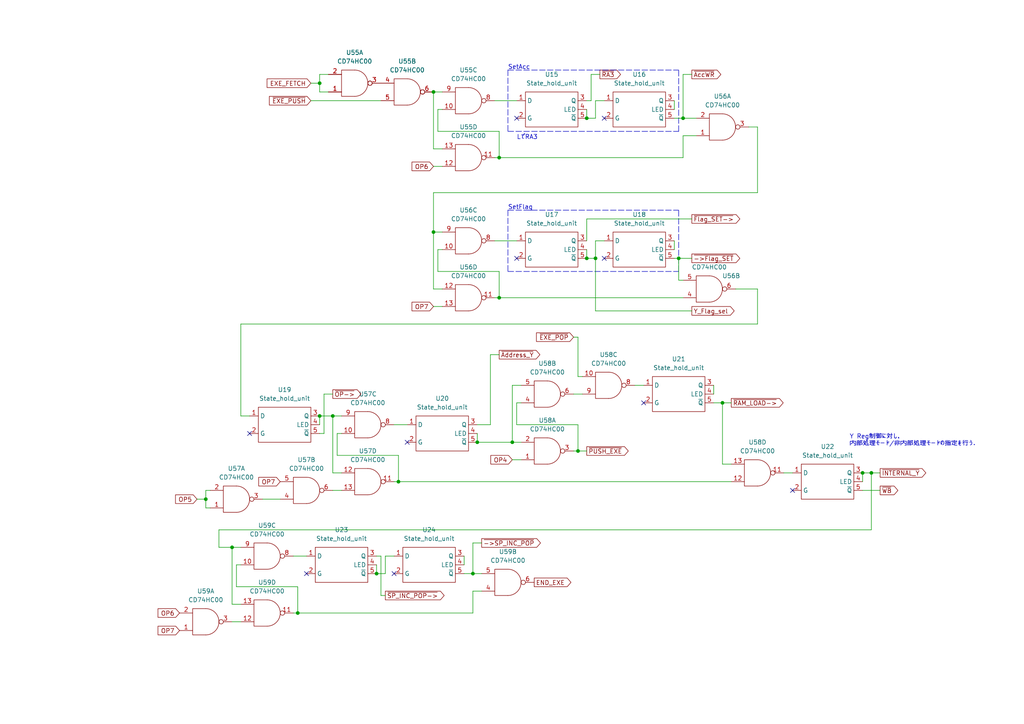
<source format=kicad_sch>
(kicad_sch (version 20211123) (generator eeschema)
  (paper "A4")
  (lib_symbols
    (symbol "CD74HCXX:CD74HC00" (pin_names (offset 0.762))
      (property "Reference" "U" (at -2.54 6.985 0))
      (property "Value" "CD74HC00" (at 1.27 5.08 0))
      (symbol "CD74HC00_0_0"
        (pin power_in line (at -2.54 2.54 0) (length 0) hide (name "VCC") (number "14"))
        (pin power_in line (at -2.54 -2.54 0) (length 0) hide (name "GND") (number "7"))
      )
      (symbol "CD74HC00_0_1"
        (arc (start 0 -3.81) (mid 3.81 0) (end 0 3.81))
        (polyline (pts (xy 0 3.81) (xy -3.81 3.81) (xy -3.81 -3.81) (xy 0 -3.81)))
      )
      (symbol "CD74HC00_0_2"
        (arc (start -4.445 -3.81) (mid -3.175 0) (end -4.445 3.81))
        (arc (start -3.175 -3.81) (mid 0.803 -2.7954) (end 3.81 0))
        (polyline (pts (xy -4.445 -3.81) (xy -3.175 -3.81)))
        (polyline (pts (xy -4.445 3.81) (xy -3.175 3.81)))
        (arc (start 3.81 0) (mid 0.8099 2.8117) (end -3.175 3.81))
      )
      (symbol "CD74HC00_1_1"
        (pin input line (at -7.62 2.54 0) (length 3.81) (name "~") (number "1"))
        (pin input line (at -7.62 -2.54 0) (length 3.81) (name "~") (number "2"))
        (pin output inverted (at 7.62 0 180) (length 3.81) (name "~") (number "3"))
      )
      (symbol "CD74HC00_1_2"
        (pin input inverted (at -7.62 2.54 0) (length 3.81) (name "~") (number "1"))
        (pin input inverted (at -7.62 -2.54 0) (length 3.81) (name "~") (number "2"))
        (pin output line (at 7.62 0 180) (length 3.81) (name "~") (number "3"))
      )
      (symbol "CD74HC00_2_1"
        (pin input line (at -7.62 2.54 0) (length 3.81) (name "~") (number "4"))
        (pin input line (at -7.62 -2.54 0) (length 3.81) (name "~") (number "5"))
        (pin output inverted (at 7.62 0 180) (length 3.81) (name "~") (number "6"))
      )
      (symbol "CD74HC00_2_2"
        (pin input inverted (at -7.62 2.54 0) (length 3.81) (name "~") (number "4"))
        (pin input inverted (at -7.62 -2.54 0) (length 3.81) (name "~") (number "5"))
        (pin output line (at 7.62 0 180) (length 3.81) (name "~") (number "6"))
      )
      (symbol "CD74HC00_3_1"
        (pin input line (at -7.62 -2.54 0) (length 3.81) (name "~") (number "10"))
        (pin output inverted (at 7.62 0 180) (length 3.81) (name "~") (number "8"))
        (pin input line (at -7.62 2.54 0) (length 3.81) (name "~") (number "9"))
      )
      (symbol "CD74HC00_3_2"
        (pin input inverted (at -7.62 -2.54 0) (length 3.81) (name "~") (number "10"))
        (pin output line (at 7.62 0 180) (length 3.81) (name "~") (number "8"))
        (pin input inverted (at -7.62 2.54 0) (length 3.81) (name "~") (number "9"))
      )
      (symbol "CD74HC00_4_1"
        (pin output inverted (at 7.62 0 180) (length 3.81) (name "~") (number "11"))
        (pin input line (at -7.62 2.54 0) (length 3.81) (name "~") (number "12"))
        (pin input line (at -7.62 -2.54 0) (length 3.81) (name "~") (number "13"))
      )
      (symbol "CD74HC00_4_2"
        (pin output line (at 7.62 0 180) (length 3.81) (name "~") (number "11"))
        (pin input inverted (at -7.62 2.54 0) (length 3.81) (name "~") (number "12"))
        (pin input inverted (at -7.62 -2.54 0) (length 3.81) (name "~") (number "13"))
      )
    )
    (symbol "State_hold_unit:State_hold_unit"
      (property "Reference" "U" (at 0 0 0))
      (property "Value" "State_hold_unit" (at 0 -12.7 0))
      (symbol "State_hold_unit_0_1"
        (rectangle (start -7.62 -1.27) (end 7.62 -11.43))
      )
      (symbol "State_hold_unit_1_1"
        (pin input line (at -10.16 -3.81 0) (length 2.54) (name "D") (number "1"))
        (pin input line (at -10.16 -8.89 0) (length 2.54) (name "G") (number "2"))
        (pin output line (at 10.16 -3.81 180) (length 2.54) (name "Q") (number "3"))
        (pin input line (at 10.16 -6.35 180) (length 2.54) (name "LED") (number "4"))
        (pin output line (at 10.16 -8.89 180) (length 2.54) (name "~{Q}") (number "5"))
      )
    )
  )
  (junction (at 170.18 34.29))
  (junction (at 172.72 74.93))
  (junction (at 59.69 144.78))
  (junction (at 198.12 34.29))
  (junction (at 109.22 166.37))
  (junction (at 86.36 177.8))
  (junction (at 148.59 128.27))
  (junction (at 144.78 45.72))
  (junction (at 167.64 130.81))
  (junction (at 67.31 158.75))
  (junction (at 96.52 120.65))
  (junction (at 115.57 139.7))
  (junction (at 92.71 120.65))
  (junction (at 137.16 166.37))
  (junction (at 92.71 24.13))
  (junction (at 125.73 26.67))
  (junction (at 125.73 67.31))
  (junction (at 250.19 137.16))
  (junction (at 196.85 74.93))
  (junction (at 209.55 116.84))
  (junction (at 170.18 74.93))
  (junction (at 252.73 137.16))
  (junction (at 144.78 86.36))
  (junction (at 138.43 128.27))
  (no_connect (at 186.69 116.84))
  (no_connect (at 118.11 128.27))
  (no_connect (at 88.9 166.37))
  (no_connect (at 114.3 166.37))
  (no_connect (at 175.26 34.29))
  (no_connect (at 149.86 34.29))
  (no_connect (at 175.26 74.93))
  (no_connect (at 229.87 142.24))
  (no_connect (at 72.39 125.73))
  (no_connect (at 149.86 74.93))
  (wire (pts (xy 127 38.1) (xy 144.78 38.1)))
  (wire (pts (xy 134.62 161.29) (xy 134.62 163.83)))
  (wire (pts (xy 144.78 86.36) (xy 198.12 86.36)))
  (wire (pts (xy 250.19 142.24) (xy 255.27 142.24)))
  (wire (pts (xy 198.12 45.72) (xy 198.12 39.37)))
  (wire (pts (xy 110.49 161.29) (xy 110.49 172.72)))
  (wire (pts (xy 149.86 116.84) (xy 149.86 123.19)))
  (wire (pts (xy 170.18 29.21) (xy 171.45 29.21)))
  (wire (pts (xy 127 72.39) (xy 127 78.74)))
  (wire (pts (xy 69.85 163.83) (xy 68.58 163.83)))
  (wire (pts (xy 172.72 74.93) (xy 170.18 74.93)))
  (wire (pts (xy 95.25 26.67) (xy 92.71 26.67)))
  (wire (pts (xy 167.64 123.19) (xy 167.64 130.81)))
  (wire (pts (xy 142.24 123.19) (xy 142.24 102.87)))
  (wire (pts (xy 125.73 48.26) (xy 128.27 48.26)))
  (wire (pts (xy 144.78 45.72) (xy 143.51 45.72)))
  (wire (pts (xy 128.27 26.67) (xy 125.73 26.67)))
  (wire (pts (xy 170.18 63.5) (xy 170.18 69.85)))
  (wire (pts (xy 148.59 128.27) (xy 151.13 128.27)))
  (wire (pts (xy 125.73 67.31) (xy 125.73 83.82)))
  (wire (pts (xy 252.73 137.16) (xy 255.27 137.16)))
  (wire (pts (xy 172.72 69.85) (xy 175.26 69.85)))
  (wire (pts (xy 167.64 109.22) (xy 168.91 109.22)))
  (wire (pts (xy 109.22 161.29) (xy 110.49 161.29)))
  (wire (pts (xy 125.73 83.82) (xy 128.27 83.82)))
  (wire (pts (xy 67.31 158.75) (xy 67.31 175.26)))
  (wire (pts (xy 170.18 31.75) (xy 170.18 34.29)))
  (wire (pts (xy 209.55 134.62) (xy 212.09 134.62)))
  (wire (pts (xy 138.43 128.27) (xy 148.59 128.27)))
  (wire (pts (xy 63.5 158.75) (xy 67.31 158.75)))
  (wire (pts (xy 92.71 125.73) (xy 93.98 125.73)))
  (wire (pts (xy 86.36 170.18) (xy 86.36 177.8)))
  (polyline (pts (xy 147.32 60.96) (xy 147.32 78.74)))
  (wire (pts (xy 196.85 74.93) (xy 200.66 74.93)))
  (wire (pts (xy 195.58 29.21) (xy 195.58 31.75)))
  (polyline (pts (xy 147.32 20.32) (xy 147.32 38.1)))
  (wire (pts (xy 148.59 133.35) (xy 151.13 133.35)))
  (wire (pts (xy 69.85 93.98) (xy 219.71 93.98)))
  (wire (pts (xy 114.3 123.19) (xy 118.11 123.19)))
  (wire (pts (xy 60.96 147.32) (xy 59.69 147.32)))
  (wire (pts (xy 57.15 144.78) (xy 59.69 144.78)))
  (wire (pts (xy 196.85 81.28) (xy 198.12 81.28)))
  (wire (pts (xy 144.78 38.1) (xy 144.78 45.72)))
  (polyline (pts (xy 196.85 38.1) (xy 196.85 20.32)))
  (wire (pts (xy 96.52 137.16) (xy 99.06 137.16)))
  (wire (pts (xy 195.58 34.29) (xy 198.12 34.29)))
  (wire (pts (xy 125.73 55.88) (xy 125.73 67.31)))
  (polyline (pts (xy 147.32 78.74) (xy 196.85 78.74)))
  (wire (pts (xy 97.79 125.73) (xy 97.79 132.08)))
  (wire (pts (xy 195.58 74.93) (xy 196.85 74.93)))
  (polyline (pts (xy 147.32 20.32) (xy 196.85 20.32)))
  (wire (pts (xy 213.36 83.82) (xy 219.71 83.82)))
  (wire (pts (xy 171.45 21.59) (xy 171.45 29.21)))
  (wire (pts (xy 170.18 63.5) (xy 200.66 63.5)))
  (wire (pts (xy 114.3 139.7) (xy 115.57 139.7)))
  (wire (pts (xy 200.66 21.59) (xy 198.12 21.59)))
  (wire (pts (xy 212.09 116.84) (xy 209.55 116.84)))
  (wire (pts (xy 217.17 36.83) (xy 219.71 36.83)))
  (wire (pts (xy 250.19 137.16) (xy 250.19 139.7)))
  (wire (pts (xy 137.16 166.37) (xy 139.7 166.37)))
  (wire (pts (xy 198.12 39.37) (xy 201.93 39.37)))
  (wire (pts (xy 196.85 74.93) (xy 196.85 81.28)))
  (wire (pts (xy 219.71 93.98) (xy 219.71 83.82)))
  (wire (pts (xy 137.16 157.48) (xy 137.16 166.37)))
  (wire (pts (xy 170.18 34.29) (xy 172.72 34.29)))
  (wire (pts (xy 127 78.74) (xy 144.78 78.74)))
  (wire (pts (xy 172.72 69.85) (xy 172.72 74.93)))
  (wire (pts (xy 86.36 177.8) (xy 85.09 177.8)))
  (wire (pts (xy 97.79 132.08) (xy 115.57 132.08)))
  (wire (pts (xy 138.43 125.73) (xy 138.43 128.27)))
  (wire (pts (xy 172.72 29.21) (xy 175.26 29.21)))
  (wire (pts (xy 167.64 130.81) (xy 166.37 130.81)))
  (wire (pts (xy 137.16 171.45) (xy 137.16 177.8)))
  (wire (pts (xy 151.13 111.76) (xy 148.59 111.76)))
  (wire (pts (xy 200.66 90.17) (xy 172.72 90.17)))
  (wire (pts (xy 92.71 120.65) (xy 92.71 123.19)))
  (wire (pts (xy 92.71 24.13) (xy 90.17 24.13)))
  (wire (pts (xy 128.27 67.31) (xy 125.73 67.31)))
  (wire (pts (xy 166.37 97.79) (xy 167.64 97.79)))
  (wire (pts (xy 90.17 29.21) (xy 110.49 29.21)))
  (wire (pts (xy 139.7 171.45) (xy 137.16 171.45)))
  (wire (pts (xy 207.01 111.76) (xy 207.01 114.3)))
  (wire (pts (xy 144.78 78.74) (xy 144.78 86.36)))
  (wire (pts (xy 128.27 31.75) (xy 127 31.75)))
  (wire (pts (xy 92.71 26.67) (xy 92.71 24.13)))
  (wire (pts (xy 128.27 72.39) (xy 127 72.39)))
  (wire (pts (xy 139.7 157.48) (xy 137.16 157.48)))
  (wire (pts (xy 111.76 161.29) (xy 111.76 166.37)))
  (wire (pts (xy 125.73 88.9) (xy 128.27 88.9)))
  (wire (pts (xy 72.39 120.65) (xy 69.85 120.65)))
  (wire (pts (xy 109.22 163.83) (xy 109.22 166.37)))
  (wire (pts (xy 67.31 180.34) (xy 69.85 180.34)))
  (wire (pts (xy 167.64 130.81) (xy 170.18 130.81)))
  (wire (pts (xy 168.91 114.3) (xy 166.37 114.3)))
  (wire (pts (xy 93.98 114.3) (xy 96.52 114.3)))
  (wire (pts (xy 69.85 120.65) (xy 69.85 93.98)))
  (wire (pts (xy 59.69 142.24) (xy 59.69 144.78)))
  (wire (pts (xy 148.59 111.76) (xy 148.59 128.27)))
  (wire (pts (xy 67.31 175.26) (xy 69.85 175.26)))
  (wire (pts (xy 149.86 123.19) (xy 167.64 123.19)))
  (polyline (pts (xy 196.85 78.74) (xy 196.85 60.96)))
  (wire (pts (xy 198.12 21.59) (xy 198.12 34.29)))
  (wire (pts (xy 92.71 21.59) (xy 92.71 24.13)))
  (wire (pts (xy 115.57 139.7) (xy 212.09 139.7)))
  (wire (pts (xy 96.52 120.65) (xy 96.52 137.16)))
  (wire (pts (xy 60.96 142.24) (xy 59.69 142.24)))
  (wire (pts (xy 99.06 120.65) (xy 96.52 120.65)))
  (polyline (pts (xy 147.32 38.1) (xy 196.85 38.1)))
  (wire (pts (xy 95.25 21.59) (xy 92.71 21.59)))
  (wire (pts (xy 195.58 69.85) (xy 195.58 72.39)))
  (wire (pts (xy 68.58 170.18) (xy 86.36 170.18)))
  (wire (pts (xy 229.87 137.16) (xy 227.33 137.16)))
  (wire (pts (xy 110.49 172.72) (xy 111.76 172.72)))
  (wire (pts (xy 68.58 163.83) (xy 68.58 170.18)))
  (wire (pts (xy 209.55 116.84) (xy 207.01 116.84)))
  (wire (pts (xy 143.51 69.85) (xy 149.86 69.85)))
  (wire (pts (xy 127 31.75) (xy 127 38.1)))
  (wire (pts (xy 86.36 177.8) (xy 137.16 177.8)))
  (wire (pts (xy 125.73 26.67) (xy 125.73 43.18)))
  (wire (pts (xy 59.69 147.32) (xy 59.69 144.78)))
  (wire (pts (xy 144.78 102.87) (xy 142.24 102.87)))
  (wire (pts (xy 143.51 29.21) (xy 149.86 29.21)))
  (wire (pts (xy 167.64 97.79) (xy 167.64 109.22)))
  (wire (pts (xy 76.2 144.78) (xy 81.28 144.78)))
  (wire (pts (xy 63.5 158.75) (xy 63.5 153.67)))
  (wire (pts (xy 115.57 132.08) (xy 115.57 139.7)))
  (wire (pts (xy 134.62 166.37) (xy 137.16 166.37)))
  (wire (pts (xy 96.52 142.24) (xy 99.06 142.24)))
  (wire (pts (xy 111.76 166.37) (xy 109.22 166.37)))
  (wire (pts (xy 111.76 161.29) (xy 114.3 161.29)))
  (wire (pts (xy 85.09 161.29) (xy 88.9 161.29)))
  (wire (pts (xy 173.99 21.59) (xy 171.45 21.59)))
  (wire (pts (xy 69.85 158.75) (xy 67.31 158.75)))
  (wire (pts (xy 144.78 45.72) (xy 198.12 45.72)))
  (wire (pts (xy 252.73 137.16) (xy 250.19 137.16)))
  (wire (pts (xy 138.43 123.19) (xy 142.24 123.19)))
  (wire (pts (xy 170.18 72.39) (xy 170.18 74.93)))
  (wire (pts (xy 144.78 86.36) (xy 143.51 86.36)))
  (wire (pts (xy 93.98 125.73) (xy 93.98 114.3)))
  (wire (pts (xy 198.12 34.29) (xy 201.93 34.29)))
  (wire (pts (xy 172.72 29.21) (xy 172.72 34.29)))
  (wire (pts (xy 125.73 43.18) (xy 128.27 43.18)))
  (wire (pts (xy 99.06 125.73) (xy 97.79 125.73)))
  (wire (pts (xy 92.71 120.65) (xy 96.52 120.65)))
  (wire (pts (xy 184.15 111.76) (xy 186.69 111.76)))
  (wire (pts (xy 172.72 90.17) (xy 172.72 74.93)))
  (polyline (pts (xy 147.32 60.96) (xy 196.85 60.96)))
  (wire (pts (xy 252.73 153.67) (xy 252.73 137.16)))
  (wire (pts (xy 219.71 36.83) (xy 219.71 55.88)))
  (wire (pts (xy 151.13 116.84) (xy 149.86 116.84)))
  (wire (pts (xy 219.71 55.88) (xy 125.73 55.88)))
  (wire (pts (xy 63.5 153.67) (xy 252.73 153.67)))
  (wire (pts (xy 209.55 116.84) (xy 209.55 134.62)))
  (text "SetFlag" (at 147.32 60.96 0) (effects (font (size 1.27 1.27)) (justify left bottom)))
  (text "SetAcc" (at 147.32 20.32 0) (effects (font (size 1.27 1.27)) (justify left bottom)))
  (text "LでRA3" (at 149.86 40.64 0) (effects (font (size 1.27 1.27)) (justify left bottom)))
  (text "Y Reg制御に対し，\n内部処理モード/非内部処理モードの指定を行う．" (at 246.38 129.54 0) (effects (font (size 1.27 1.27)) (justify left bottom)))
  (global_label "END_EXE" (shape output) (at 154.94 168.91 0) (property "Intersheet References" "${INTERSHEET_REFS}" (effects hide)))
  (global_label "OP6" (shape input) (at 125.73 48.26 180) (property "Intersheet References" "${INTERSHEET_REFS}" (effects hide)))
  (global_label "OP5" (shape input) (at 57.15 144.78 180) (property "Intersheet References" "${INTERSHEET_REFS}" (effects hide)))
  (global_label "OP7" (shape input) (at 81.28 139.7 180) (property "Intersheet References" "${INTERSHEET_REFS}" (effects hide)))
  (global_label "~{RA3}" (shape output) (at 173.99 21.59 0) (property "Intersheet References" "${INTERSHEET_REFS}" (effects hide)))
  (global_label "EXE_FETCH" (shape input) (at 90.17 24.13 180) (property "Intersheet References" "${INTERSHEET_REFS}" (effects hide)))
  (global_label "~{WB}" (shape output) (at 255.27 142.24 0) (property "Intersheet References" "${INTERSHEET_REFS}" (effects hide)))
  (global_label "OP7" (shape input) (at 52.07 182.88 180) (property "Intersheet References" "${INTERSHEET_REFS}" (effects hide)))
  (global_label "~{AccWR}" (shape output) (at 200.66 21.59 0) (property "Intersheet References" "${INTERSHEET_REFS}" (effects hide)))
  (global_label "~{->Flag_SET}" (shape output) (at 200.66 74.93 0) (property "Intersheet References" "${INTERSHEET_REFS}" (effects hide)))
  (global_label "~{INTERNAL_Y}" (shape output) (at 255.27 137.16 0) (property "Intersheet References" "${INTERSHEET_REFS}" (effects hide)))
  (global_label "~{EXE_PUSH}" (shape input) (at 90.17 29.21 180) (property "Intersheet References" "${INTERSHEET_REFS}" (effects hide)))
  (global_label "OP4" (shape input) (at 148.59 133.35 180) (property "Intersheet References" "${INTERSHEET_REFS}" (effects hide)))
  (global_label "Y_Flag_sel" (shape output) (at 200.66 90.17 0) (property "Intersheet References" "${INTERSHEET_REFS}" (effects hide)))
  (global_label "~{EXE_POP}" (shape input) (at 166.37 97.79 180) (property "Intersheet References" "${INTERSHEET_REFS}" (effects hide)))
  (global_label "~{Address_Y}" (shape output) (at 144.78 102.87 0) (property "Intersheet References" "${INTERSHEET_REFS}" (effects hide)))
  (global_label "OP7" (shape input) (at 125.73 88.9 180) (property "Intersheet References" "${INTERSHEET_REFS}" (effects hide)))
  (global_label "~{OP->}" (shape output) (at 96.52 114.3 0) (property "Intersheet References" "${INTERSHEET_REFS}" (effects hide)))
  (global_label "OP6" (shape input) (at 52.07 177.8 180) (property "Intersheet References" "${INTERSHEET_REFS}" (effects hide)))
  (global_label "~{PUSH_EXE}" (shape output) (at 170.18 130.81 0) (property "Intersheet References" "${INTERSHEET_REFS}" (effects hide)))
  (global_label "~{Flag_SET->}" (shape output) (at 200.66 63.5 0) (property "Intersheet References" "${INTERSHEET_REFS}" (effects hide)))
  (global_label "~{SP_INC_POP->}" (shape output) (at 111.76 172.72 0) (property "Intersheet References" "${INTERSHEET_REFS}" (effects hide)))
  (global_label "~{->SP_INC_POP}" (shape output) (at 139.7 157.48 0) (property "Intersheet References" "${INTERSHEET_REFS}" (effects hide)))
  (global_label "~{RAM_LOAD->}" (shape output) (at 212.09 116.84 0) (property "Intersheet References" "${INTERSHEET_REFS}" (effects hide)))
  (symbol (lib_id "CD74HCXX:CD74HC00") (at 77.47 161.29 0) (unit 3)
    (property "Reference" "U59" (at 77.47 152.4 0))
    (property "Value" "CD74HC00" (at 77.47 154.94 0))
    (property "Footprint" "Package_DIP:DIP-14_W7.62mm" (effects hide))
  )
  (symbol (lib_id "CD74HCXX:CD74HC00") (at 135.89 29.21 0) (unit 3)
    (property "Reference" "U55" (at 135.89 20.32 0))
    (property "Value" "CD74HC00" (at 135.89 22.86 0))
    (property "Footprint" "Package_DIP:DIP-14_W7.62mm" (effects hide))
  )
  (symbol (lib_id "State_hold_unit:State_hold_unit") (at 185.42 66.04 0) (unit 1)
    (property "Reference" "U18" (at 185.42 62.23 0))
    (property "Value" "State_hold_unit" (at 185.42 64.77 0))
    (property "Footprint" "Connector_PinSocket_2.54mm:PinSocket_1x05_P2.54mm_Vertical" (effects hide))
  )
  (symbol (lib_id "CD74HCXX:CD74HC00") (at 106.68 139.7 0) (unit 4)
    (property "Reference" "U57" (at 106.68 130.81 0))
    (property "Value" "CD74HC00" (at 106.68 133.35 0))
    (property "Footprint" "Package_DIP:DIP-14_W7.62mm" (effects hide))
  )
  (symbol (lib_id "State_hold_unit:State_hold_unit") (at 160.02 25.4 0) (unit 1)
    (property "Reference" "U15" (at 160.02 21.59 0))
    (property "Value" "State_hold_unit" (at 160.02 24.13 0))
    (property "Footprint" "Connector_PinSocket_2.54mm:PinSocket_1x05_P2.54mm_Vertical" (effects hide))
  )
  (symbol (lib_id "CD74HCXX:CD74HC00") (at 59.69 180.34 0) (mirror x) (unit 1)
    (property "Reference" "U59" (at 59.69 171.45 0))
    (property "Value" "CD74HC00" (at 59.69 173.99 0))
    (property "Footprint" "Package_DIP:DIP-14_W7.62mm" (effects hide))
  )
  (symbol (lib_id "State_hold_unit:State_hold_unit") (at 160.02 66.04 0) (unit 1)
    (property "Reference" "U17" (at 160.02 62.23 0))
    (property "Value" "State_hold_unit" (at 160.02 64.77 0))
    (property "Footprint" "Connector_PinSocket_2.54mm:PinSocket_1x05_P2.54mm_Vertical" (effects hide))
  )
  (symbol (lib_id "CD74HCXX:CD74HC00") (at 102.87 24.13 0) (mirror x) (unit 1)
    (property "Reference" "U55" (at 102.87 15.24 0))
    (property "Value" "CD74HC00" (at 102.87 17.78 0))
    (property "Footprint" "Package_DIP:DIP-14_W7.62mm" (effects hide))
  )
  (symbol (lib_id "CD74HCXX:CD74HC00") (at 135.89 69.85 0) (unit 3)
    (property "Reference" "U56" (at 135.89 60.96 0))
    (property "Value" "CD74HC00" (at 135.89 63.5 0))
    (property "Footprint" "Package_DIP:DIP-14_W7.62mm" (effects hide))
  )
  (symbol (lib_id "State_hold_unit:State_hold_unit") (at 82.55 116.84 0) (unit 1)
    (property "Reference" "U19" (at 82.55 113.03 0))
    (property "Value" "State_hold_unit" (at 82.55 115.57 0))
    (property "Footprint" "Connector_PinSocket_2.54mm:PinSocket_1x05_P2.54mm_Vertical" (effects hide))
  )
  (symbol (lib_id "State_hold_unit:State_hold_unit") (at 99.06 157.48 0) (unit 1)
    (property "Reference" "U23" (at 99.06 153.67 0))
    (property "Value" "State_hold_unit" (at 99.06 156.21 0))
    (property "Footprint" "Connector_PinSocket_2.54mm:PinSocket_1x05_P2.54mm_Vertical" (effects hide))
  )
  (symbol (lib_id "CD74HCXX:CD74HC00") (at 135.89 86.36 0) (unit 4)
    (property "Reference" "U56" (at 135.89 77.47 0))
    (property "Value" "CD74HC00" (at 135.89 80.01 0))
    (property "Footprint" "Package_DIP:DIP-14_W7.62mm" (effects hide))
  )
  (symbol (lib_id "State_hold_unit:State_hold_unit") (at 185.42 25.4 0) (unit 1)
    (property "Reference" "U16" (at 185.42 21.59 0))
    (property "Value" "State_hold_unit" (at 185.42 24.13 0))
    (property "Footprint" "Connector_PinSocket_2.54mm:PinSocket_1x05_P2.54mm_Vertical" (effects hide))
  )
  (symbol (lib_id "CD74HCXX:CD74HC00") (at 135.89 45.72 0) (mirror x) (unit 4)
    (property "Reference" "U55" (at 135.89 36.83 0))
    (property "Value" "CD74HC00" (at 135.89 39.37 0))
    (property "Footprint" "Package_DIP:DIP-14_W7.62mm" (effects hide))
  )
  (symbol (lib_id "CD74HCXX:CD74HC00") (at 205.74 83.82 0) (mirror x) (unit 2)
    (property "Reference" "U56" (at 212.09 80.01 0))
    (property "Value" "CD74HC00" (at 205.74 77.47 0))
    (property "Footprint" "Package_DIP:DIP-14_W7.62mm" (effects hide))
  )
  (symbol (lib_id "CD74HCXX:CD74HC00") (at 68.58 144.78 0) (mirror x) (unit 1)
    (property "Reference" "U57" (at 68.58 135.89 0))
    (property "Value" "CD74HC00" (at 68.58 138.43 0))
    (property "Footprint" "Package_DIP:DIP-14_W7.62mm" (effects hide))
  )
  (symbol (lib_id "CD74HCXX:CD74HC00") (at 176.53 111.76 0) (mirror x) (unit 3)
    (property "Reference" "U58" (at 176.53 102.87 0))
    (property "Value" "CD74HC00" (at 176.53 105.41 0))
    (property "Footprint" "Package_DIP:DIP-14_W7.62mm" (effects hide))
  )
  (symbol (lib_id "CD74HCXX:CD74HC00") (at 88.9 142.24 0) (mirror x) (unit 2)
    (property "Reference" "U57" (at 88.9 133.35 0))
    (property "Value" "CD74HC00" (at 88.9 135.89 0))
    (property "Footprint" "Package_DIP:DIP-14_W7.62mm" (effects hide))
  )
  (symbol (lib_id "State_hold_unit:State_hold_unit") (at 196.85 107.95 0) (unit 1)
    (property "Reference" "U21" (at 196.85 104.14 0))
    (property "Value" "State_hold_unit" (at 196.85 106.68 0))
    (property "Footprint" "Connector_PinSocket_2.54mm:PinSocket_1x05_P2.54mm_Vertical" (effects hide))
  )
  (symbol (lib_id "CD74HCXX:CD74HC00") (at 158.75 114.3 0) (mirror x) (unit 2)
    (property "Reference" "U58" (at 158.75 105.41 0))
    (property "Value" "CD74HC00" (at 158.75 107.95 0))
    (property "Footprint" "Package_DIP:DIP-14_W7.62mm" (effects hide))
  )
  (symbol (lib_id "CD74HCXX:CD74HC00") (at 158.75 130.81 0) (mirror x) (unit 1)
    (property "Reference" "U58" (at 158.75 121.92 0))
    (property "Value" "CD74HC00" (at 158.75 124.46 0))
    (property "Footprint" "Package_DIP:DIP-14_W7.62mm" (effects hide))
  )
  (symbol (lib_id "State_hold_unit:State_hold_unit") (at 240.03 133.35 0) (unit 1)
    (property "Reference" "U22" (at 240.03 129.54 0))
    (property "Value" "State_hold_unit" (at 240.03 132.08 0))
    (property "Footprint" "Connector_PinSocket_2.54mm:PinSocket_1x05_P2.54mm_Vertical" (effects hide))
  )
  (symbol (lib_id "CD74HCXX:CD74HC00") (at 219.71 137.16 0) (mirror x) (unit 4)
    (property "Reference" "U58" (at 219.71 128.27 0))
    (property "Value" "CD74HC00" (at 219.71 130.81 0))
    (property "Footprint" "Package_DIP:DIP-14_W7.62mm" (effects hide))
  )
  (symbol (lib_id "CD74HCXX:CD74HC00") (at 77.47 177.8 0) (mirror x) (unit 4)
    (property "Reference" "U59" (at 77.47 168.91 0))
    (property "Value" "CD74HC00" (at 77.47 171.45 0))
    (property "Footprint" "Package_DIP:DIP-14_W7.62mm" (effects hide))
  )
  (symbol (lib_id "State_hold_unit:State_hold_unit") (at 128.27 119.38 0) (unit 1)
    (property "Reference" "U20" (at 128.27 115.57 0))
    (property "Value" "State_hold_unit" (at 128.27 118.11 0))
    (property "Footprint" "Connector_PinSocket_2.54mm:PinSocket_1x05_P2.54mm_Vertical" (effects hide))
  )
  (symbol (lib_id "CD74HCXX:CD74HC00") (at 106.68 123.19 0) (unit 3)
    (property "Reference" "U57" (at 106.68 114.3 0))
    (property "Value" "CD74HC00" (at 106.68 116.84 0))
    (property "Footprint" "Package_DIP:DIP-14_W7.62mm" (effects hide))
  )
  (symbol (lib_id "CD74HCXX:CD74HC00") (at 209.55 36.83 0) (mirror x) (unit 1)
    (property "Reference" "U56" (at 209.55 27.94 0))
    (property "Value" "CD74HC00" (at 209.55 30.48 0))
    (property "Footprint" "Package_DIP:DIP-14_W7.62mm" (effects hide))
  )
  (symbol (lib_id "State_hold_unit:State_hold_unit") (at 124.46 157.48 0) (unit 1)
    (property "Reference" "U24" (at 124.46 153.67 0))
    (property "Value" "State_hold_unit" (at 124.46 156.21 0))
    (property "Footprint" "Connector_PinSocket_2.54mm:PinSocket_1x05_P2.54mm_Vertical" (effects hide))
  )
  (symbol (lib_id "CD74HCXX:CD74HC00") (at 118.11 26.67 0) (unit 2)
    (property "Reference" "U55" (at 118.11 17.78 0))
    (property "Value" "CD74HC00" (at 118.11 20.32 0))
    (property "Footprint" "Package_DIP:DIP-14_W7.62mm" (effects hide))
  )
  (symbol (lib_id "CD74HCXX:CD74HC00") (at 147.32 168.91 0) (mirror x) (unit 2)
    (property "Reference" "U59" (at 147.32 160.02 0))
    (property "Value" "CD74HC00" (at 147.32 162.56 0))
    (property "Footprint" "Package_DIP:DIP-14_W7.62mm" (effects hide))
  )
)
</source>
